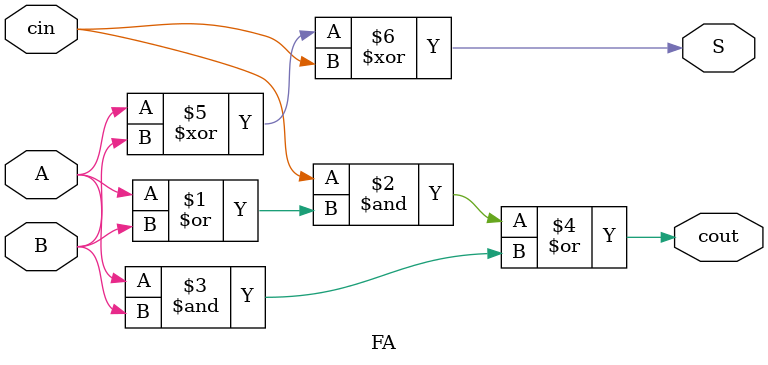
<source format=v>
`timescale 1ns / 1ps


module Add8(
    input [7:0] A,
    input [7:0] B,
    input cin,
    output [7:0] S,
    output ovfl,
    output Cout
    );
    wire[7:0] carry;
    FA f1(.A(A[0]),.B(B[0]),.cin(cin),.S(S[0]),.cout(carry[0]));
    FA f2(.A(A[1]),.B(B[1]),.cin(carry[0]),.S(S[1]),.cout(carry[1]));
    FA f3(.A(A[2]),.B(B[2]),.cin(carry[1]),.S(S[2]),.cout(carry[2]));
    FA f4(.A(A[3]),.B(B[3]),.cin(carry[2]),.S(S[3]),.cout(carry[3]));
    FA f5(.A(A[4]),.B(B[4]),.cin(carry[3]),.S(S[4]),.cout(carry[4]));
    FA f6(.A(A[5]),.B(B[5]),.cin(carry[4]),.S(S[5]),.cout(carry[5]));
    FA f7(.A(A[6]),.B(B[6]),.cin(carry[5]),.S(S[6]),.cout(carry[6]));
    FA f8(.A(A[7]),.B(B[7]),.cin(carry[6]),.S(S[7]),.cout({Cout,ovfl}));
endmodule


module FA(
    input A,
    input B,
    input cin,
    output S,
    output cout
    );
    assign cout = cin & (A | B) | (A & B);
    assign S = A ^ B ^ cin;
endmodule
</source>
